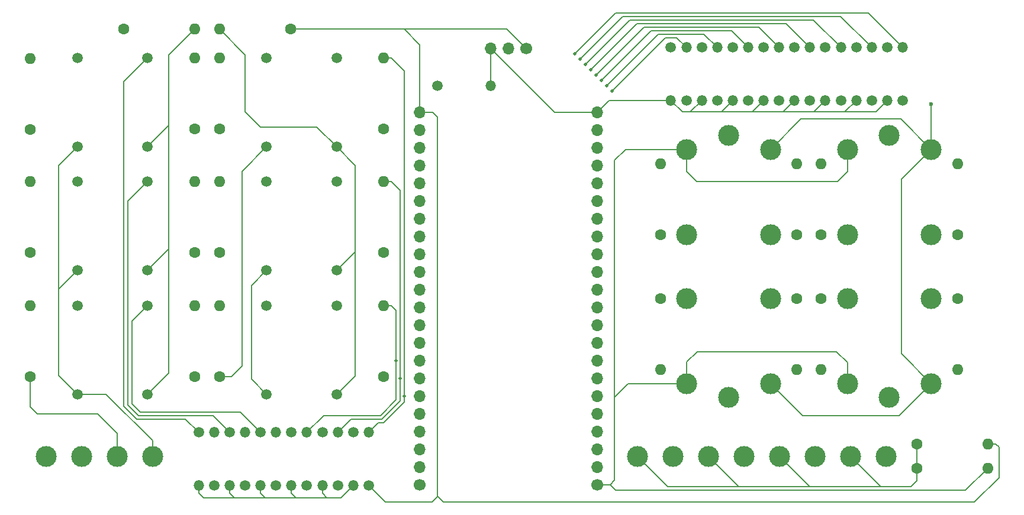
<source format=gbr>
%TF.GenerationSoftware,KiCad,Pcbnew,7.0.10*%
%TF.CreationDate,2024-03-07T23:30:47-03:00*%
%TF.ProjectId,board,626f6172-642e-46b6-9963-61645f706362,rev?*%
%TF.SameCoordinates,Original*%
%TF.FileFunction,Copper,L2,Bot*%
%TF.FilePolarity,Positive*%
%FSLAX46Y46*%
G04 Gerber Fmt 4.6, Leading zero omitted, Abs format (unit mm)*
G04 Created by KiCad (PCBNEW 7.0.10) date 2024-03-07 23:30:47*
%MOMM*%
%LPD*%
G01*
G04 APERTURE LIST*
%TA.AperFunction,ComponentPad*%
%ADD10C,1.600000*%
%TD*%
%TA.AperFunction,ComponentPad*%
%ADD11O,1.600000X1.600000*%
%TD*%
%TA.AperFunction,ComponentPad*%
%ADD12C,1.500000*%
%TD*%
%TA.AperFunction,ComponentPad*%
%ADD13O,1.500000X1.500000*%
%TD*%
%TA.AperFunction,ComponentPad*%
%ADD14C,3.000000*%
%TD*%
%TA.AperFunction,ComponentPad*%
%ADD15C,1.508000*%
%TD*%
%TA.AperFunction,ComponentPad*%
%ADD16C,1.700000*%
%TD*%
%TA.AperFunction,ComponentPad*%
%ADD17O,1.700000X1.700000*%
%TD*%
%TA.AperFunction,ViaPad*%
%ADD18C,0.500000*%
%TD*%
%TA.AperFunction,ViaPad*%
%ADD19C,0.600000*%
%TD*%
%TA.AperFunction,Conductor*%
%ADD20C,0.200000*%
%TD*%
G04 APERTURE END LIST*
D10*
%TO.P,R15,1*%
%TO.N,Current_A_100A*%
X138232000Y-81272000D03*
D11*
%TO.P,R15,2*%
%TO.N,V_Ref_Current*%
X138232000Y-91432000D03*
%TD*%
D12*
%TO.P,DZ7,1,K*%
%TO.N,Line_BC_Wave*%
X85471001Y-100472401D03*
D13*
%TO.P,DZ7,2,A*%
%TO.N,GND*%
X85471001Y-108092401D03*
%TD*%
D12*
%TO.P,DZ17,1,K*%
%TO.N,Current_B_100A*%
X148590000Y-45334000D03*
D13*
%TO.P,DZ17,2,A*%
%TO.N,GND*%
X148590000Y-52954000D03*
%TD*%
D12*
%TO.P,DZ5,1,K*%
%TO.N,Line_C_Wave*%
X81051401Y-100472401D03*
D13*
%TO.P,DZ5,2,A*%
%TO.N,GND*%
X81051401Y-108092401D03*
%TD*%
D10*
%TO.P,R23,1*%
%TO.N,V_Ref_Current*%
X174904400Y-102108000D03*
D11*
%TO.P,R23,2*%
%TO.N,VCC*%
X185064400Y-102108000D03*
%TD*%
D12*
%TO.P,DZ1,1,K*%
%TO.N,Line_A_Wave*%
X72212201Y-100472401D03*
D13*
%TO.P,DZ1,2,A*%
%TO.N,GND*%
X72212201Y-108092401D03*
%TD*%
D14*
%TO.P,ST1,1,Pin_1*%
%TO.N,Line_A*%
X50368200Y-103911400D03*
%TO.P,ST1,2,Pin_2*%
%TO.N,Line_B*%
X55448200Y-103911400D03*
%TD*%
D10*
%TO.P,R21,1*%
%TO.N,Current_C_30A*%
X161219000Y-72144000D03*
D11*
%TO.P,R21,2*%
%TO.N,V_Ref_Current*%
X161219000Y-61984000D03*
%TD*%
D10*
%TO.P,R17,1*%
%TO.N,Current_B_100A*%
X161219000Y-81272000D03*
D11*
%TO.P,R17,2*%
%TO.N,V_Ref_Current*%
X161219000Y-91432000D03*
%TD*%
D12*
%TO.P,DZ21,1,K*%
%TO.N,Current_C_100A*%
X157429200Y-45334000D03*
D13*
%TO.P,DZ21,2,A*%
%TO.N,GND*%
X157429200Y-52954000D03*
%TD*%
D12*
%TO.P,DZ18,1,K*%
%TO.N,VCC*%
X150799800Y-52954000D03*
D13*
%TO.P,DZ18,2,A*%
%TO.N,Current_B_100A*%
X150799800Y-45334000D03*
%TD*%
D15*
%TO.P,TP4,1*%
%TO.N,Line_AB_Load*%
X81923401Y-46888401D03*
%TO.P,TP4,2*%
%TO.N,Line_B*%
X81923401Y-59588401D03*
%TO.P,TP4,3*%
%TO.N,V_Ref_Voltage*%
X91923401Y-59588401D03*
%TO.P,TP4,4*%
%TO.N,Line_AB_Wave*%
X91923401Y-46888401D03*
%TD*%
D12*
%TO.P,D1,1,K*%
%TO.N,Select_Current*%
X106385000Y-50825400D03*
D13*
%TO.P,D1,2,A*%
%TO.N,GND*%
X114005000Y-50825400D03*
%TD*%
D12*
%TO.P,DZ10,1,K*%
%TO.N,VCC*%
X92100401Y-108092401D03*
D13*
%TO.P,DZ10,2,A*%
%TO.N,Line_AC_Wave*%
X92100401Y-100472401D03*
%TD*%
D12*
%TO.P,DZ16,1,K*%
%TO.N,VCC*%
X146380200Y-52954000D03*
D13*
%TO.P,DZ16,2,A*%
%TO.N,Current_A_30A*%
X146380200Y-45334000D03*
%TD*%
D14*
%TO.P,K1,11*%
%TO.N,Current_A*%
X148000200Y-95472000D03*
%TO.P,K1,12*%
%TO.N,Current_A_100A*%
X142000200Y-81272000D03*
%TO.P,K1,14*%
%TO.N,Current_A_30A*%
X154000200Y-81272000D03*
%TO.P,K1,A1*%
%TO.N,Select_Current*%
X154000200Y-93472000D03*
%TO.P,K1,A2*%
%TO.N,GND*%
X142000200Y-93472000D03*
%TD*%
%TO.P,ST1,1,Pin_1*%
%TO.N,V_Ref_Current*%
X155321000Y-103911400D03*
%TO.P,ST1,2,Pin_2*%
%TO.N,Current_C*%
X160401000Y-103911400D03*
%TD*%
D12*
%TO.P,DZ4,1,K*%
%TO.N,VCC*%
X78841601Y-108092401D03*
D13*
%TO.P,DZ4,2,A*%
%TO.N,Line_B_Wave*%
X78841601Y-100472401D03*
%TD*%
D10*
%TO.P,R18,1*%
%TO.N,Current_B_30A*%
X180755400Y-81272000D03*
D11*
%TO.P,R18,2*%
%TO.N,V_Ref_Current*%
X180755400Y-91432000D03*
%TD*%
D10*
%TO.P,R16,1*%
%TO.N,Current_A_30A*%
X157768400Y-81272000D03*
D11*
%TO.P,R16,2*%
%TO.N,V_Ref_Current*%
X157768400Y-91432000D03*
%TD*%
D15*
%TO.P,TP6,1*%
%TO.N,Line_BC_Load*%
X81923401Y-82321401D03*
%TO.P,TP6,2*%
%TO.N,Line_C*%
X81923401Y-95021401D03*
%TO.P,TP6,3*%
%TO.N,V_Ref_Voltage*%
X91923401Y-95021401D03*
%TO.P,TP6,4*%
%TO.N,Line_BC_Wave*%
X91923401Y-82321401D03*
%TD*%
D12*
%TO.P,DZ25,1,K*%
%TO.N,Current_N_300A*%
X166268400Y-45334000D03*
D13*
%TO.P,DZ25,2,A*%
%TO.N,GND*%
X166268400Y-52954000D03*
%TD*%
D10*
%TO.P,R7,1*%
%TO.N,Line_A*%
X75158601Y-57048401D03*
D11*
%TO.P,R7,2*%
%TO.N,Line_AB_Load*%
X75158601Y-46888401D03*
%TD*%
D10*
%TO.P,R6,1*%
%TO.N,V_Ref_Voltage*%
X71607201Y-92481401D03*
D11*
%TO.P,R6,2*%
%TO.N,Line_C_Wave*%
X71607201Y-82321401D03*
%TD*%
D12*
%TO.P,DZ2,1,K*%
%TO.N,VCC*%
X74422001Y-108092401D03*
D13*
%TO.P,DZ2,2,A*%
%TO.N,Line_A_Wave*%
X74422001Y-100472401D03*
%TD*%
D12*
%TO.P,DZ20,1,K*%
%TO.N,VCC*%
X155219400Y-52954000D03*
D13*
%TO.P,DZ20,2,A*%
%TO.N,Current_B_30A*%
X155219400Y-45334000D03*
%TD*%
D10*
%TO.P,R20,1*%
%TO.N,Current_N_300A*%
X157768400Y-72144000D03*
D11*
%TO.P,R20,2*%
%TO.N,V_Ref_Current*%
X157768400Y-61984000D03*
%TD*%
D12*
%TO.P,DZ27,1,K*%
%TO.N,Current_N_90A*%
X170688000Y-45334000D03*
D13*
%TO.P,DZ27,2,A*%
%TO.N,GND*%
X170688000Y-52954000D03*
%TD*%
D10*
%TO.P,R22,1*%
%TO.N,Current_C_100A*%
X180755400Y-72144000D03*
D11*
%TO.P,R22,2*%
%TO.N,V_Ref_Current*%
X180755400Y-61984000D03*
%TD*%
D12*
%TO.P,DZ8,1,K*%
%TO.N,VCC*%
X87680801Y-108092401D03*
D13*
%TO.P,DZ8,2,A*%
%TO.N,Line_BC_Wave*%
X87680801Y-100472401D03*
%TD*%
D10*
%TO.P,R10,1*%
%TO.N,V_Ref_Voltage*%
X98691601Y-57048401D03*
D11*
%TO.P,R10,2*%
%TO.N,Line_AB_Wave*%
X98691601Y-46888401D03*
%TD*%
D12*
%TO.P,DZ14,1,K*%
%TO.N,VCC*%
X141960600Y-52954000D03*
D13*
%TO.P,DZ14,2,A*%
%TO.N,Current_A_100A*%
X141960600Y-45334000D03*
%TD*%
D14*
%TO.P,ST1,1,Pin_1*%
%TO.N,V_Ref_Current*%
X165481000Y-103911400D03*
%TO.P,ST1,2,Pin_2*%
%TO.N,Current_N*%
X170561000Y-103911400D03*
%TD*%
D10*
%TO.P,R2,1*%
%TO.N,Line_B*%
X48074201Y-74701401D03*
D11*
%TO.P,R2,2*%
%TO.N,Line_B_Load*%
X48074201Y-64541401D03*
%TD*%
D16*
%TO.P,ESP32-S3_BACK1,1,Pin_1*%
%TO.N,GND*%
X129235201Y-107975401D03*
D17*
%TO.P,ESP32-S3_BACK1,2,Pin_2*%
%TO.N,N/C*%
X129235201Y-105435401D03*
%TO.P,ESP32-S3_BACK1,3,Pin_3*%
X129235201Y-102895401D03*
%TO.P,ESP32-S3_BACK1,4,Pin_4*%
X129235201Y-100355401D03*
%TO.P,ESP32-S3_BACK1,5,Pin_5*%
X129235201Y-97815401D03*
%TO.P,ESP32-S3_BACK1,6,Pin_6*%
X129235201Y-95275401D03*
%TO.P,ESP32-S3_BACK1,7,Pin_7*%
X129235201Y-92735401D03*
%TO.P,ESP32-S3_BACK1,8,Pin_8*%
X129235201Y-90195401D03*
%TO.P,ESP32-S3_BACK1,9,Pin_9*%
X129235201Y-87655401D03*
%TO.P,ESP32-S3_BACK1,10,Pin_10*%
X129235201Y-85115401D03*
%TO.P,ESP32-S3_BACK1,11,Pin_11*%
X129235201Y-82575401D03*
%TO.P,ESP32-S3_BACK1,12,Pin_12*%
X129235201Y-80035401D03*
%TO.P,ESP32-S3_BACK1,13,Pin_13*%
X129235201Y-77495401D03*
%TO.P,ESP32-S3_BACK1,14,Pin_14*%
X129235201Y-74955401D03*
%TO.P,ESP32-S3_BACK1,15,Pin_15*%
X129235201Y-72415401D03*
%TO.P,ESP32-S3_BACK1,16,Pin_16*%
X129235201Y-69875401D03*
%TO.P,ESP32-S3_BACK1,17,Pin_17*%
X129235201Y-67335401D03*
%TO.P,ESP32-S3_BACK1,18,Pin_18*%
X129235201Y-64795401D03*
%TO.P,ESP32-S3_BACK1,19,Pin_19*%
X129235201Y-62255401D03*
%TO.P,ESP32-S3_BACK1,20,Pin_20*%
X129235201Y-59715401D03*
%TO.P,ESP32-S3_BACK1,21,Pin_21*%
X129235201Y-57175401D03*
%TO.P,ESP32-S3_BACK1,22,Pin_22*%
%TO.N,GND*%
X129235201Y-54635401D03*
%TD*%
D12*
%TO.P,DZ28,1,K*%
%TO.N,VCC*%
X172897800Y-52954000D03*
D13*
%TO.P,DZ28,2,A*%
%TO.N,Current_N_90A*%
X172897800Y-45334000D03*
%TD*%
D10*
%TO.P,R14,1*%
%TO.N,VCC*%
X85324201Y-42697401D03*
D11*
%TO.P,R14,2*%
%TO.N,V_Ref_Voltage*%
X75164201Y-42697401D03*
%TD*%
D10*
%TO.P,R19,1*%
%TO.N,Current_N_90A*%
X138232000Y-72144000D03*
D11*
%TO.P,R19,2*%
%TO.N,V_Ref_Current*%
X138232000Y-61984000D03*
%TD*%
D12*
%TO.P,DZ13,1,K*%
%TO.N,Current_A_100A*%
X139750800Y-45334000D03*
D13*
%TO.P,DZ13,2,A*%
%TO.N,GND*%
X139750800Y-52954000D03*
%TD*%
D15*
%TO.P,TP2,1*%
%TO.N,Line_B_Load*%
X54839001Y-64541401D03*
%TO.P,TP2,2*%
%TO.N,Neutral*%
X54839001Y-77241401D03*
%TO.P,TP2,3*%
%TO.N,V_Ref_Voltage*%
X64839001Y-77241401D03*
%TO.P,TP2,4*%
%TO.N,Line_B_Wave*%
X64839001Y-64541401D03*
%TD*%
D14*
%TO.P,ST1,1,Pin_1*%
%TO.N,V_Ref_Current*%
X135001000Y-103911400D03*
%TO.P,ST1,2,Pin_2*%
%TO.N,Current_A*%
X140081000Y-103911400D03*
%TD*%
%TO.P,K1,11*%
%TO.N,Current_B*%
X170987200Y-95472000D03*
%TO.P,K1,12*%
%TO.N,Current_B_100A*%
X164987200Y-81272000D03*
%TO.P,K1,14*%
%TO.N,Current_B_30A*%
X176987200Y-81272000D03*
%TO.P,K1,A1*%
%TO.N,Select_Current*%
X176987200Y-93472000D03*
%TO.P,K1,A2*%
%TO.N,GND*%
X164987200Y-93472000D03*
%TD*%
D10*
%TO.P,R9,1*%
%TO.N,Line_B*%
X75158601Y-92481401D03*
D11*
%TO.P,R9,2*%
%TO.N,Line_BC_Load*%
X75158601Y-82321401D03*
%TD*%
D10*
%TO.P,R24,1*%
%TO.N,V_Ref_Current*%
X174904400Y-105587800D03*
D11*
%TO.P,R24,2*%
%TO.N,GND*%
X185064400Y-105587800D03*
%TD*%
D10*
%TO.P,R8,1*%
%TO.N,Line_A*%
X75158601Y-74701401D03*
D11*
%TO.P,R8,2*%
%TO.N,Line_AC_Load*%
X75158601Y-64541401D03*
%TD*%
D10*
%TO.P,R12,1*%
%TO.N,V_Ref_Voltage*%
X98691601Y-92481401D03*
D11*
%TO.P,R12,2*%
%TO.N,Line_BC_Wave*%
X98691601Y-82321401D03*
%TD*%
D12*
%TO.P,DZ26,1,K*%
%TO.N,VCC*%
X168478200Y-52954000D03*
D13*
%TO.P,DZ26,2,A*%
%TO.N,Current_N_300A*%
X168478200Y-45334000D03*
%TD*%
D12*
%TO.P,DZ11,1,K*%
%TO.N,Line_AB_Wave*%
X94310201Y-100472401D03*
D13*
%TO.P,DZ11,2,A*%
%TO.N,GND*%
X94310201Y-108092401D03*
%TD*%
D12*
%TO.P,DZ24,1,K*%
%TO.N,VCC*%
X164058600Y-52954000D03*
D13*
%TO.P,DZ24,2,A*%
%TO.N,Current_C_30A*%
X164058600Y-45334000D03*
%TD*%
D10*
%TO.P,R13,1*%
%TO.N,GND*%
X61443201Y-42697401D03*
D11*
%TO.P,R13,2*%
%TO.N,V_Ref_Voltage*%
X71603201Y-42697401D03*
%TD*%
D10*
%TO.P,R11,1*%
%TO.N,V_Ref_Voltage*%
X98691601Y-74701401D03*
D11*
%TO.P,R11,2*%
%TO.N,Line_AC_Wave*%
X98691601Y-64541401D03*
%TD*%
D12*
%TO.P,DZ15,1,K*%
%TO.N,Current_A_30A*%
X144170400Y-45334000D03*
D13*
%TO.P,DZ15,2,A*%
%TO.N,GND*%
X144170400Y-52954000D03*
%TD*%
D12*
%TO.P,DZ19,1,K*%
%TO.N,Current_B_30A*%
X153009600Y-45334000D03*
D13*
%TO.P,DZ19,2,A*%
%TO.N,GND*%
X153009600Y-52954000D03*
%TD*%
D12*
%TO.P,DZ6,1,K*%
%TO.N,VCC*%
X83261201Y-108092401D03*
D13*
%TO.P,DZ6,2,A*%
%TO.N,Line_C_Wave*%
X83261201Y-100472401D03*
%TD*%
D12*
%TO.P,DZ23,1,K*%
%TO.N,Current_C_30A*%
X161848800Y-45334000D03*
D13*
%TO.P,DZ23,2,A*%
%TO.N,GND*%
X161848800Y-52954000D03*
%TD*%
D12*
%TO.P,DZ22,1,K*%
%TO.N,VCC*%
X159639000Y-52954000D03*
D13*
%TO.P,DZ22,2,A*%
%TO.N,Current_C_100A*%
X159639000Y-45334000D03*
%TD*%
D14*
%TO.P,K1,11*%
%TO.N,Current_C*%
X170987200Y-57944000D03*
%TO.P,K1,12*%
%TO.N,Current_C_100A*%
X176987200Y-72144000D03*
%TO.P,K1,14*%
%TO.N,Current_C_30A*%
X164987200Y-72144000D03*
%TO.P,K1,A1*%
%TO.N,GND*%
X164987200Y-59944000D03*
%TO.P,K1,A2*%
%TO.N,Select_Current*%
X176987200Y-59944000D03*
%TD*%
D12*
%TO.P,DZ3,1,K*%
%TO.N,Line_B_Wave*%
X76631801Y-100472401D03*
D13*
%TO.P,DZ3,2,A*%
%TO.N,GND*%
X76631801Y-108092401D03*
%TD*%
D14*
%TO.P,ST2,1,Pin_1*%
%TO.N,Line_C*%
X60528200Y-103911400D03*
%TO.P,ST2,2,Pin_2*%
%TO.N,Neutral*%
X65608200Y-103911400D03*
%TD*%
D10*
%TO.P,R3,1*%
%TO.N,Line_C*%
X48074201Y-92481401D03*
D11*
%TO.P,R3,2*%
%TO.N,Line_C_Load*%
X48074201Y-82321401D03*
%TD*%
D14*
%TO.P,ST1,1,Pin_1*%
%TO.N,V_Ref_Current*%
X145161000Y-103911400D03*
%TO.P,ST1,2,Pin_2*%
%TO.N,Current_B*%
X150241000Y-103911400D03*
%TD*%
D12*
%TO.P,DZ9,1,K*%
%TO.N,Line_AC_Wave*%
X89890601Y-100472401D03*
D13*
%TO.P,DZ9,2,A*%
%TO.N,GND*%
X89890601Y-108092401D03*
%TD*%
D16*
%TO.P,SW1,1,A*%
%TO.N,VCC*%
X119085000Y-45500000D03*
D17*
%TO.P,SW1,2,B*%
%TO.N,Select_Current*%
X116545000Y-45500000D03*
%TO.P,SW1,3,C*%
%TO.N,GND*%
X114005000Y-45500000D03*
%TD*%
D14*
%TO.P,K1,11*%
%TO.N,Current_N*%
X148000200Y-57944000D03*
%TO.P,K1,12*%
%TO.N,Current_N_300A*%
X154000200Y-72144000D03*
%TO.P,K1,14*%
%TO.N,Current_N_90A*%
X142000200Y-72144000D03*
%TO.P,K1,A1*%
%TO.N,GND*%
X142000200Y-59944000D03*
%TO.P,K1,A2*%
%TO.N,Select_Current*%
X154000200Y-59944000D03*
%TD*%
D10*
%TO.P,R1,1*%
%TO.N,Line_A*%
X48074201Y-57051401D03*
D11*
%TO.P,R1,2*%
%TO.N,Line_A_Load*%
X48074201Y-46891401D03*
%TD*%
D10*
%TO.P,R5,1*%
%TO.N,V_Ref_Voltage*%
X71607201Y-74701401D03*
D11*
%TO.P,R5,2*%
%TO.N,Line_B_Wave*%
X71607201Y-64541401D03*
%TD*%
D10*
%TO.P,R4,1*%
%TO.N,V_Ref_Voltage*%
X71607201Y-57048401D03*
D11*
%TO.P,R4,2*%
%TO.N,Line_A_Wave*%
X71607201Y-46888401D03*
%TD*%
D15*
%TO.P,TP3,1*%
%TO.N,Line_C_Load*%
X54839001Y-82321401D03*
%TO.P,TP3,2*%
%TO.N,Neutral*%
X54839001Y-95021401D03*
%TO.P,TP3,3*%
%TO.N,V_Ref_Voltage*%
X64839001Y-95021401D03*
%TO.P,TP3,4*%
%TO.N,Line_C_Wave*%
X64839001Y-82321401D03*
%TD*%
%TO.P,TP5,1*%
%TO.N,Line_AC_Load*%
X81923401Y-64541401D03*
%TO.P,TP5,2*%
%TO.N,Line_C*%
X81923401Y-77241401D03*
%TO.P,TP5,3*%
%TO.N,V_Ref_Voltage*%
X91923401Y-77241401D03*
%TO.P,TP5,4*%
%TO.N,Line_AC_Wave*%
X91923401Y-64541401D03*
%TD*%
D16*
%TO.P,ESP32-S3_FRONT1,1,Pin_1*%
%TO.N,GND*%
X103835201Y-107975401D03*
D17*
%TO.P,ESP32-S3_FRONT1,2,Pin_2*%
%TO.N,N/C*%
X103835201Y-105435401D03*
%TO.P,ESP32-S3_FRONT1,3,Pin_3*%
%TO.N,Line_C_Wave*%
X103835201Y-102895401D03*
%TO.P,ESP32-S3_FRONT1,4,Pin_4*%
%TO.N,Line_B_Wave*%
X103835201Y-100355401D03*
%TO.P,ESP32-S3_FRONT1,5,Pin_5*%
%TO.N,Line_A_Wave*%
X103835201Y-97815401D03*
%TO.P,ESP32-S3_FRONT1,6,Pin_6*%
%TO.N,Line_AB_Wave*%
X103835201Y-95275401D03*
%TO.P,ESP32-S3_FRONT1,7,Pin_7*%
%TO.N,Line_AC_Wave*%
X103835201Y-92735401D03*
%TO.P,ESP32-S3_FRONT1,8,Pin_8*%
%TO.N,Line_BC_Wave*%
X103835201Y-90195401D03*
%TO.P,ESP32-S3_FRONT1,9,Pin_9*%
%TO.N,Current_A_100A*%
X103835201Y-87655401D03*
%TO.P,ESP32-S3_FRONT1,10,Pin_10*%
%TO.N,Current_A_30A*%
X103835201Y-85115401D03*
%TO.P,ESP32-S3_FRONT1,11,Pin_11*%
%TO.N,Current_B_100A*%
X103835201Y-82575401D03*
%TO.P,ESP32-S3_FRONT1,12,Pin_12*%
%TO.N,Current_B_30A*%
X103835201Y-80035401D03*
%TO.P,ESP32-S3_FRONT1,13,Pin_13*%
%TO.N,Current_C_100A*%
X103835201Y-77495401D03*
%TO.P,ESP32-S3_FRONT1,14,Pin_14*%
%TO.N,Current_C_30A*%
X103835201Y-74955401D03*
%TO.P,ESP32-S3_FRONT1,15,Pin_15*%
%TO.N,Current_N_300A*%
X103835201Y-72415401D03*
%TO.P,ESP32-S3_FRONT1,16,Pin_16*%
%TO.N,Current_N_90A*%
X103835201Y-69875401D03*
%TO.P,ESP32-S3_FRONT1,17,Pin_17*%
%TO.N,Select_Current*%
X103835201Y-67335401D03*
%TO.P,ESP32-S3_FRONT1,18,Pin_18*%
%TO.N,N/C*%
X103835201Y-64795401D03*
%TO.P,ESP32-S3_FRONT1,19,Pin_19*%
X103835201Y-62255401D03*
%TO.P,ESP32-S3_FRONT1,20,Pin_20*%
X103835201Y-59715401D03*
%TO.P,ESP32-S3_FRONT1,21,Pin_21*%
X103835201Y-57175401D03*
%TO.P,ESP32-S3_FRONT1,22,Pin_22*%
%TO.N,VCC*%
X103835201Y-54635401D03*
%TD*%
D15*
%TO.P,TP1,1*%
%TO.N,Line_A_Load*%
X54839001Y-46888401D03*
%TO.P,TP1,2*%
%TO.N,Neutral*%
X54839001Y-59588401D03*
%TO.P,TP1,3*%
%TO.N,V_Ref_Voltage*%
X64839001Y-59588401D03*
%TO.P,TP1,4*%
%TO.N,Line_A_Wave*%
X64839001Y-46888401D03*
%TD*%
D12*
%TO.P,DZ12,1,K*%
%TO.N,VCC*%
X96520001Y-108092401D03*
D13*
%TO.P,DZ12,2,A*%
%TO.N,Line_AB_Wave*%
X96520001Y-100472401D03*
%TD*%
D18*
%TO.N,Line_AC_Wave*%
X101015801Y-92735401D03*
%TO.N,Line_BC_Wave*%
X100457001Y-90195401D03*
%TO.N,Line_AB_Wave*%
X101574601Y-95275401D03*
%TO.N,Current_A_30A*%
X130556000Y-50800000D03*
%TO.N,Current_A_100A*%
X131310091Y-51569909D03*
%TO.N,Current_B_30A*%
X129039909Y-49268091D03*
%TO.N,Current_B_100A*%
X129794000Y-50038000D03*
%TO.N,Current_N_300A*%
X126746000Y-46990000D03*
%TO.N,Current_N_90A*%
X125984000Y-46228000D03*
%TO.N,Current_C_30A*%
X127515909Y-47744091D03*
%TO.N,Current_C_100A*%
X128270000Y-48514000D03*
D19*
%TO.N,Select_Current*%
X176987200Y-53467000D03*
%TD*%
D20*
%TO.N,Line_AC_Wave*%
X99745801Y-64541401D02*
X101015801Y-65811401D01*
X101015801Y-95986601D02*
X98425001Y-98577401D01*
X93995401Y-98577401D02*
X92100401Y-100472401D01*
X98691601Y-64541401D02*
X99745801Y-64541401D01*
X98425001Y-98577401D02*
X93995401Y-98577401D01*
X101015801Y-65811401D02*
X101015801Y-95986601D01*
%TO.N,GND*%
X72212201Y-109169201D02*
X72872601Y-109829601D01*
X160223200Y-54579600D02*
X160223200Y-54584600D01*
X86131401Y-109829601D02*
X90551001Y-109829601D01*
X148590000Y-52954000D02*
X146964400Y-54579600D01*
X131699000Y-95423000D02*
X131699000Y-61518800D01*
X144170400Y-52954000D02*
X142544800Y-54579600D01*
X169057400Y-54584600D02*
X170688000Y-52954000D01*
X155803600Y-54584600D02*
X160223200Y-54584600D01*
X131699000Y-61518800D02*
X133273800Y-59944000D01*
X181914800Y-108737400D02*
X185064400Y-105587800D01*
X143408400Y-64516000D02*
X163576000Y-64516000D01*
X89890601Y-109169201D02*
X90551001Y-109829601D01*
X76631801Y-108092401D02*
X76631801Y-109169201D01*
X90551001Y-109829601D02*
X92573001Y-109829601D01*
X81711801Y-109829601D02*
X86131401Y-109829601D01*
X166268400Y-52954000D02*
X164637800Y-54584600D01*
X151384000Y-54584600D02*
X155803600Y-54584600D01*
X139750800Y-52954000D02*
X141381400Y-54584600D01*
X131699000Y-107315000D02*
X131699000Y-95423000D01*
X85471001Y-109169201D02*
X86131401Y-109829601D01*
X163576000Y-64516000D02*
X164987200Y-63104800D01*
X131800598Y-108737400D02*
X181914800Y-108737400D01*
X76987401Y-109829601D02*
X81711801Y-109829601D01*
X164987200Y-63104800D02*
X164987200Y-59944000D01*
X72872601Y-109829601D02*
X76987401Y-109829601D01*
X81051401Y-108092401D02*
X81051401Y-109169201D01*
X133650000Y-93472000D02*
X142000200Y-93472000D01*
X157429200Y-52954000D02*
X155803600Y-54579600D01*
X142544800Y-54584600D02*
X146964400Y-54584600D01*
X131699000Y-95423000D02*
X133650000Y-93472000D01*
X142000200Y-90409800D02*
X143510000Y-88900000D01*
X143510000Y-88900000D02*
X163449000Y-88900000D01*
X85471001Y-108092401D02*
X85471001Y-109169201D01*
X142544800Y-54579600D02*
X142544800Y-54584600D01*
X129235201Y-107975401D02*
X131038599Y-107975401D01*
X72212201Y-108092401D02*
X72212201Y-109169201D01*
X89890601Y-108092401D02*
X89890601Y-109169201D01*
X133273800Y-59944000D02*
X142000200Y-59944000D01*
X153009600Y-52954000D02*
X151384000Y-54579600D01*
X130911602Y-52959000D02*
X139745800Y-52959000D01*
X142000200Y-93472000D02*
X142000200Y-90409800D01*
X114005000Y-50825400D02*
X114005000Y-45500000D01*
X146964400Y-54584600D02*
X151384000Y-54584600D01*
X131038599Y-107975401D02*
X131699000Y-107315000D01*
X141381400Y-54584600D02*
X142544800Y-54584600D01*
X151384000Y-54579600D02*
X151384000Y-54584600D01*
X92573001Y-109829601D02*
X94310201Y-108092401D01*
X160223200Y-54584600D02*
X169057400Y-54584600D01*
X129235201Y-54635401D02*
X130911602Y-52959000D01*
X164987200Y-90438200D02*
X164987200Y-93472000D01*
X76631801Y-109169201D02*
X77292201Y-109829601D01*
X155803600Y-54579600D02*
X155803600Y-54584600D01*
X142000200Y-59944000D02*
X142000200Y-63107800D01*
X163449000Y-88900000D02*
X164987200Y-90438200D01*
X131038599Y-107975401D02*
X131800598Y-108737400D01*
X146964400Y-54579600D02*
X146964400Y-54584600D01*
X114005000Y-45500000D02*
X123140401Y-54635401D01*
X123140401Y-54635401D02*
X129235201Y-54635401D01*
X142000200Y-63107800D02*
X143408400Y-64516000D01*
X161848800Y-52954000D02*
X160223200Y-54579600D01*
X81051401Y-109169201D02*
X81711801Y-109829601D01*
X139745800Y-52959000D02*
X139750800Y-52954000D01*
%TO.N,VCC*%
X106375201Y-108940601D02*
X106375201Y-109677199D01*
X98866800Y-110439200D02*
X96520001Y-108092401D01*
X186690000Y-106934000D02*
X186690000Y-102590600D01*
X186207400Y-102108000D02*
X185064400Y-102108000D01*
X107188000Y-110439200D02*
X183184800Y-110439200D01*
X106375201Y-109626401D02*
X107188000Y-110439200D01*
X106375201Y-108940601D02*
X106375201Y-109626401D01*
X116282401Y-42697401D02*
X101574602Y-42697401D01*
X106375201Y-55321201D02*
X106375201Y-108940601D01*
X101574602Y-42697401D02*
X85324201Y-42697401D01*
X119085000Y-45500000D02*
X116282401Y-42697401D01*
X103835201Y-44958000D02*
X101574602Y-42697401D01*
X106375201Y-109677199D02*
X105613200Y-110439200D01*
X183184800Y-110439200D02*
X186690000Y-106934000D01*
X103835201Y-54635401D02*
X103835201Y-44958000D01*
X103835201Y-54635401D02*
X105689401Y-54635401D01*
X186690000Y-102590600D02*
X186207400Y-102108000D01*
X105613200Y-110439200D02*
X98866800Y-110439200D01*
X105689401Y-54635401D02*
X106375201Y-55321201D01*
%TO.N,Line_BC_Wave*%
X100457001Y-95808801D02*
X98196401Y-98069401D01*
X99745801Y-82321401D02*
X100457001Y-83032601D01*
X98691601Y-82321401D02*
X99745801Y-82321401D01*
X90083801Y-98069401D02*
X87680801Y-100472401D01*
X98196401Y-98069401D02*
X90083801Y-98069401D01*
X100457001Y-83032601D02*
X100457001Y-95808801D01*
%TO.N,Line_AB_Wave*%
X96520001Y-100472401D02*
X97907001Y-99085401D01*
X101574601Y-48717201D02*
X99745801Y-46888401D01*
X98641973Y-99085401D02*
X101574601Y-96152773D01*
X97907001Y-99085401D02*
X98641973Y-99085401D01*
X99745801Y-46888401D02*
X98691601Y-46888401D01*
X101574601Y-96152773D02*
X101574601Y-48717201D01*
%TO.N,Line_C_Wave*%
X63830201Y-97561401D02*
X62636401Y-96367601D01*
X78140401Y-97561401D02*
X63830201Y-97561401D01*
X62636401Y-84524001D02*
X64839001Y-82321401D01*
X62636401Y-96367601D02*
X62636401Y-84524001D01*
X81051401Y-100472401D02*
X78140401Y-97561401D01*
%TO.N,Line_B_Wave*%
X62052201Y-96545401D02*
X62052201Y-67328201D01*
X62052201Y-67328201D02*
X64839001Y-64541401D01*
X76631801Y-100472401D02*
X74228801Y-98069401D01*
X74228801Y-98069401D02*
X63576201Y-98069401D01*
X63576201Y-98069401D02*
X62052201Y-96545401D01*
%TO.N,Line_A_Wave*%
X61493401Y-96748601D02*
X63322201Y-98577401D01*
X70317201Y-98577401D02*
X72212201Y-100472401D01*
X61493401Y-50234001D02*
X61493401Y-96748601D01*
X64839001Y-46888401D02*
X61493401Y-50234001D01*
X72222201Y-100482401D02*
X72212201Y-100472401D01*
X63322201Y-98577401D02*
X70317201Y-98577401D01*
%TO.N,Current_A_30A*%
X137922000Y-43434000D02*
X144480200Y-43434000D01*
X144480200Y-43434000D02*
X146380200Y-45334000D01*
X130556000Y-50800000D02*
X137922000Y-43434000D01*
%TO.N,Current_A_100A*%
X140568600Y-43942000D02*
X141960600Y-45334000D01*
X138938000Y-43942000D02*
X140568600Y-43942000D01*
X131310091Y-51569909D02*
X138938000Y-43942000D01*
%TO.N,Current_B_30A*%
X135890000Y-42418000D02*
X152303400Y-42418000D01*
X152303400Y-42418000D02*
X155219400Y-45334000D01*
X129039909Y-49268091D02*
X135890000Y-42418000D01*
%TO.N,Current_B_100A*%
X136906000Y-42926000D02*
X148391800Y-42926000D01*
X129794000Y-50038000D02*
X136906000Y-42926000D01*
X148391800Y-42926000D02*
X150799800Y-45334000D01*
%TO.N,Current_N_300A*%
X164038200Y-40894000D02*
X168478200Y-45334000D01*
X126746000Y-46990000D02*
X132842000Y-40894000D01*
X132842000Y-40894000D02*
X164038200Y-40894000D01*
%TO.N,Current_N_90A*%
X167949800Y-40386000D02*
X172897800Y-45334000D01*
X131826000Y-40386000D02*
X167949800Y-40386000D01*
X125984000Y-46228000D02*
X131826000Y-40386000D01*
%TO.N,Current_C_30A*%
X160126600Y-41402000D02*
X164058600Y-45334000D01*
X133858000Y-41402000D02*
X160126600Y-41402000D01*
X127515909Y-47744091D02*
X133858000Y-41402000D01*
%TO.N,Current_C_100A*%
X156215000Y-41910000D02*
X159639000Y-45334000D01*
X128270000Y-48514000D02*
X134874000Y-41910000D01*
X134874000Y-41910000D02*
X156215000Y-41910000D01*
%TO.N,Line_B*%
X78409801Y-63102001D02*
X81923401Y-59588401D01*
X75158601Y-92481401D02*
X76911201Y-92481401D01*
X78409801Y-90982801D02*
X78409801Y-63102001D01*
X76911201Y-92481401D02*
X78409801Y-90982801D01*
%TO.N,Neutral*%
X54839001Y-95021401D02*
X52146201Y-92328601D01*
X52146201Y-92328601D02*
X52146201Y-62281201D01*
X52146201Y-62281201D02*
X54839001Y-59588401D01*
X65608200Y-101650800D02*
X58978801Y-95021401D01*
X58978801Y-95021401D02*
X54839001Y-95021401D01*
X52146601Y-79933801D02*
X54839001Y-77241401D01*
X65608200Y-103911400D02*
X65608200Y-101650800D01*
%TO.N,Line_C*%
X79756001Y-79408801D02*
X81923401Y-77241401D01*
X49098201Y-97815401D02*
X48074201Y-96791401D01*
X48074201Y-96791401D02*
X48074201Y-92481401D01*
X60528200Y-100609400D02*
X57734201Y-97815401D01*
X57734201Y-97815401D02*
X49098201Y-97815401D01*
X81923401Y-95021401D02*
X79756001Y-92854001D01*
X60528200Y-103911400D02*
X60528200Y-100609400D01*
X79756001Y-92854001D02*
X79756001Y-79408801D01*
%TO.N,V_Ref_Current*%
X151180800Y-108204000D02*
X159613600Y-108204000D01*
X174091600Y-108204000D02*
X171500800Y-108204000D01*
X174904400Y-102108000D02*
X174904400Y-105587800D01*
X174904400Y-105587800D02*
X174904400Y-107391200D01*
X174904400Y-107391200D02*
X174091600Y-108204000D01*
X171500800Y-108204000D02*
X169773600Y-108204000D01*
X161340800Y-108204000D02*
X159613600Y-108204000D01*
X145161000Y-103911400D02*
X149453600Y-108204000D01*
X139293600Y-108204000D02*
X149453600Y-108204000D01*
X169773600Y-108204000D02*
X161340800Y-108204000D01*
X169773600Y-108204000D02*
X165481000Y-103911400D01*
X159613600Y-108204000D02*
X155321000Y-103911400D01*
X135001000Y-103911400D02*
X139293600Y-108204000D01*
X149453600Y-108204000D02*
X151180800Y-108204000D01*
%TO.N,Select_Current*%
X176987200Y-59944000D02*
X172720000Y-64211200D01*
X158369000Y-55575200D02*
X172618400Y-55575200D01*
X176987200Y-53467000D02*
X176987200Y-59944000D01*
X158572200Y-98044000D02*
X172415200Y-98044000D01*
X172618400Y-55575200D02*
X176987200Y-59944000D01*
X154000200Y-93472000D02*
X158572200Y-98044000D01*
X172720000Y-89204800D02*
X176987200Y-93472000D01*
X172720000Y-64211200D02*
X172720000Y-89204800D01*
X154000200Y-59944000D02*
X158369000Y-55575200D01*
X172415200Y-98044000D02*
X176987200Y-93472000D01*
%TO.N,V_Ref_Voltage*%
X94564201Y-92380601D02*
X91923401Y-95021401D01*
X67894201Y-74193401D02*
X67887001Y-74193401D01*
X89053201Y-56718201D02*
X91923401Y-59588401D01*
X75164201Y-42703001D02*
X78867001Y-46405801D01*
X67887001Y-74193401D02*
X64839001Y-77241401D01*
X67894201Y-46406401D02*
X67894201Y-62643601D01*
X75164201Y-42697401D02*
X75164201Y-42703001D01*
X67894201Y-91966201D02*
X67894201Y-80296601D01*
X78867001Y-46405801D02*
X78867001Y-54533801D01*
X91923401Y-59588401D02*
X94564201Y-62229201D01*
X71603201Y-42697401D02*
X67894201Y-46406401D01*
X67894201Y-56533201D02*
X64839001Y-59588401D01*
X78867001Y-54533801D02*
X81051401Y-56718201D01*
X91923401Y-77241401D02*
X94564201Y-74600601D01*
X94564201Y-62229201D02*
X94564201Y-92380601D01*
X64839001Y-95021401D02*
X67894201Y-91966201D01*
X67894201Y-80296601D02*
X67894201Y-62643601D01*
X81051401Y-56718201D02*
X89053201Y-56718201D01*
%TD*%
M02*

</source>
